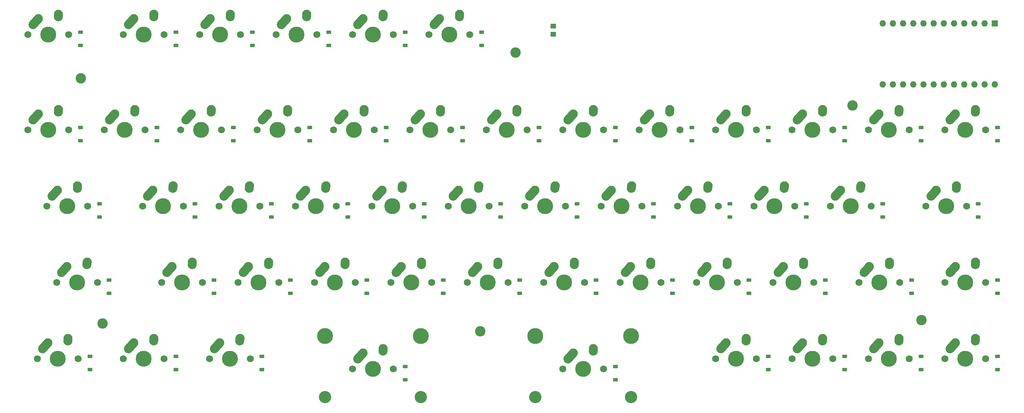
<source format=gbs>
%TF.GenerationSoftware,KiCad,Pcbnew,8.0.4*%
%TF.CreationDate,2025-01-19T23:05:40-05:00*%
%TF.ProjectId,shrimple,73687269-6d70-46c6-952e-6b696361645f,rev?*%
%TF.SameCoordinates,Original*%
%TF.FileFunction,Soldermask,Bot*%
%TF.FilePolarity,Negative*%
%FSLAX46Y46*%
G04 Gerber Fmt 4.6, Leading zero omitted, Abs format (unit mm)*
G04 Created by KiCad (PCBNEW 8.0.4) date 2025-01-19 23:05:40*
%MOMM*%
%LPD*%
G01*
G04 APERTURE LIST*
G04 Aperture macros list*
%AMRoundRect*
0 Rectangle with rounded corners*
0 $1 Rounding radius*
0 $2 $3 $4 $5 $6 $7 $8 $9 X,Y pos of 4 corners*
0 Add a 4 corners polygon primitive as box body*
4,1,4,$2,$3,$4,$5,$6,$7,$8,$9,$2,$3,0*
0 Add four circle primitives for the rounded corners*
1,1,$1+$1,$2,$3*
1,1,$1+$1,$4,$5*
1,1,$1+$1,$6,$7*
1,1,$1+$1,$8,$9*
0 Add four rect primitives between the rounded corners*
20,1,$1+$1,$2,$3,$4,$5,0*
20,1,$1+$1,$4,$5,$6,$7,0*
20,1,$1+$1,$6,$7,$8,$9,0*
20,1,$1+$1,$8,$9,$2,$3,0*%
%AMHorizOval*
0 Thick line with rounded ends*
0 $1 width*
0 $2 $3 position (X,Y) of the first rounded end (center of the circle)*
0 $4 $5 position (X,Y) of the second rounded end (center of the circle)*
0 Add line between two ends*
20,1,$1,$2,$3,$4,$5,0*
0 Add two circle primitives to create the rounded ends*
1,1,$1,$2,$3*
1,1,$1,$4,$5*%
G04 Aperture macros list end*
%ADD10C,2.600000*%
%ADD11C,1.750000*%
%ADD12C,3.987800*%
%ADD13HorizOval,2.250000X0.655001X0.730000X-0.655001X-0.730000X0*%
%ADD14C,2.250000*%
%ADD15HorizOval,2.250000X0.020000X0.290000X-0.020000X-0.290000X0*%
%ADD16C,3.048000*%
%ADD17R,1.600000X1.600000*%
%ADD18O,1.600000X1.600000*%
%ADD19RoundRect,0.225000X0.375000X-0.225000X0.375000X0.225000X-0.375000X0.225000X-0.375000X-0.225000X0*%
%ADD20RoundRect,0.250000X-0.450000X0.350000X-0.450000X-0.350000X0.450000X-0.350000X0.450000X0.350000X0*%
G04 APERTURE END LIST*
D10*
%TO.C,H6*%
X154600000Y-42600000D03*
%TD*%
%TO.C,H5*%
X255800000Y-109400000D03*
%TD*%
%TO.C,H4*%
X238600000Y-55800000D03*
%TD*%
%TO.C,H3*%
X145800000Y-112200000D03*
%TD*%
%TO.C,H2*%
X51600000Y-110200000D03*
%TD*%
%TO.C,H1*%
X46200000Y-49000000D03*
%TD*%
D11*
%TO.C,MX50*%
X223520000Y-119062500D03*
D12*
X228600000Y-119062500D03*
D11*
X233680000Y-119062500D03*
D13*
X225445001Y-115792500D03*
D14*
X226100000Y-115062500D03*
D15*
X231120000Y-114272500D03*
D14*
X231140000Y-113982500D03*
%TD*%
D11*
%TO.C,MX27*%
X175895000Y-80962500D03*
D12*
X180975000Y-80962500D03*
D11*
X186055000Y-80962500D03*
D13*
X177820001Y-77692500D03*
D14*
X178475000Y-76962500D03*
D15*
X183495000Y-76172500D03*
D14*
X183515000Y-75882500D03*
%TD*%
D11*
%TO.C,MX45*%
X56832500Y-119062500D03*
D12*
X61912500Y-119062500D03*
D11*
X66992500Y-119062500D03*
D13*
X58757501Y-115792500D03*
D14*
X59412500Y-115062500D03*
D15*
X64432500Y-114272500D03*
D14*
X64452500Y-113982500D03*
%TD*%
D11*
%TO.C,MX39*%
X180657500Y-100012500D03*
D12*
X185737500Y-100012500D03*
D11*
X190817500Y-100012500D03*
D13*
X182582501Y-96742500D03*
D14*
X183237500Y-96012500D03*
D15*
X188257500Y-95222500D03*
D14*
X188277500Y-94932500D03*
%TD*%
D11*
%TO.C,MX9*%
X71120000Y-61912500D03*
D12*
X76200000Y-61912500D03*
D11*
X81280000Y-61912500D03*
D13*
X73045001Y-58642500D03*
D14*
X73700000Y-57912500D03*
D15*
X78720000Y-57122500D03*
D14*
X78740000Y-56832500D03*
%TD*%
D11*
%TO.C,MX34*%
X85407500Y-100012500D03*
D12*
X90487500Y-100012500D03*
D11*
X95567500Y-100012500D03*
D13*
X87332501Y-96742500D03*
D14*
X87987500Y-96012500D03*
D15*
X93007500Y-95222500D03*
D14*
X93027500Y-94932500D03*
%TD*%
D11*
%TO.C,MX35*%
X104457500Y-100012500D03*
D12*
X109537500Y-100012500D03*
D11*
X114617500Y-100012500D03*
D13*
X106382501Y-96742500D03*
D14*
X107037500Y-96012500D03*
D15*
X112057500Y-95222500D03*
D14*
X112077500Y-94932500D03*
%TD*%
D11*
%TO.C,MX20*%
X37782500Y-80962500D03*
D12*
X42862500Y-80962500D03*
D11*
X47942500Y-80962500D03*
D13*
X39707501Y-77692500D03*
D14*
X40362500Y-76962500D03*
D15*
X45382500Y-76172500D03*
D14*
X45402500Y-75882500D03*
%TD*%
D11*
%TO.C,MX28*%
X194945000Y-80962500D03*
D12*
X200025000Y-80962500D03*
D11*
X205105000Y-80962500D03*
D13*
X196870001Y-77692500D03*
D14*
X197525000Y-76962500D03*
D15*
X202545000Y-76172500D03*
D14*
X202565000Y-75882500D03*
%TD*%
D11*
%TO.C,MX30*%
X233045000Y-80962500D03*
D12*
X238125000Y-80962500D03*
D11*
X243205000Y-80962500D03*
D13*
X234970001Y-77692500D03*
D14*
X235625000Y-76962500D03*
D15*
X240645000Y-76172500D03*
D14*
X240665000Y-75882500D03*
%TD*%
D11*
%TO.C,MX33*%
X66357500Y-100012500D03*
D12*
X71437500Y-100012500D03*
D11*
X76517500Y-100012500D03*
D13*
X68282501Y-96742500D03*
D14*
X68937500Y-96012500D03*
D15*
X73957500Y-95222500D03*
D14*
X73977500Y-94932500D03*
%TD*%
D11*
%TO.C,MX6*%
X133032500Y-38100000D03*
D12*
X138112500Y-38100000D03*
D11*
X143192500Y-38100000D03*
D13*
X134957501Y-34830000D03*
D14*
X135612500Y-34100000D03*
D15*
X140632500Y-33310000D03*
D14*
X140652500Y-33020000D03*
%TD*%
D11*
%TO.C,MX14*%
X166370000Y-61912500D03*
D12*
X171450000Y-61912500D03*
D11*
X176530000Y-61912500D03*
D13*
X168295001Y-58642500D03*
D14*
X168950000Y-57912500D03*
D15*
X173970000Y-57122500D03*
D14*
X173990000Y-56832500D03*
%TD*%
D11*
%TO.C,MX3*%
X75882500Y-38100000D03*
D12*
X80962500Y-38100000D03*
D11*
X86042500Y-38100000D03*
D13*
X77807501Y-34830000D03*
D14*
X78462500Y-34100000D03*
D15*
X83482500Y-33310000D03*
D14*
X83502500Y-33020000D03*
%TD*%
D11*
%TO.C,MX22*%
X80645000Y-80962500D03*
D12*
X85725000Y-80962500D03*
D11*
X90805000Y-80962500D03*
D13*
X82570001Y-77692500D03*
D14*
X83225000Y-76962500D03*
D15*
X88245000Y-76172500D03*
D14*
X88265000Y-75882500D03*
%TD*%
D11*
%TO.C,MX40*%
X199707500Y-100012500D03*
D12*
X204787500Y-100012500D03*
D11*
X209867500Y-100012500D03*
D13*
X201632501Y-96742500D03*
D14*
X202287500Y-96012500D03*
D15*
X207307500Y-95222500D03*
D14*
X207327500Y-94932500D03*
%TD*%
D11*
%TO.C,MX41*%
X218757500Y-100012500D03*
D12*
X223837500Y-100012500D03*
D11*
X228917500Y-100012500D03*
D13*
X220682501Y-96742500D03*
D14*
X221337500Y-96012500D03*
D15*
X226357500Y-95222500D03*
D14*
X226377500Y-94932500D03*
%TD*%
D11*
%TO.C,MX26*%
X156845000Y-80962500D03*
D12*
X161925000Y-80962500D03*
D11*
X167005000Y-80962500D03*
D13*
X158770001Y-77692500D03*
D14*
X159425000Y-76962500D03*
D15*
X164445000Y-76172500D03*
D14*
X164465000Y-75882500D03*
%TD*%
D11*
%TO.C,MX8*%
X52070000Y-61912500D03*
D12*
X57150000Y-61912500D03*
D11*
X62230000Y-61912500D03*
D13*
X53995001Y-58642500D03*
D14*
X54650000Y-57912500D03*
D15*
X59670000Y-57122500D03*
D14*
X59690000Y-56832500D03*
%TD*%
D12*
%TO.C,MX48*%
X159512000Y-113347500D03*
D16*
X159512000Y-128587500D03*
D11*
X166370000Y-121602500D03*
D12*
X171450000Y-121602500D03*
D11*
X176530000Y-121602500D03*
D12*
X183388000Y-113347500D03*
D16*
X183388000Y-128587500D03*
D13*
X168295001Y-118332500D03*
D14*
X168950000Y-117602500D03*
D15*
X173970000Y-116812500D03*
D14*
X173990000Y-116522500D03*
%TD*%
D11*
%TO.C,MX4*%
X94932500Y-38100000D03*
D12*
X100012500Y-38100000D03*
D11*
X105092500Y-38100000D03*
D13*
X96857501Y-34830000D03*
D14*
X97512500Y-34100000D03*
D15*
X102532500Y-33310000D03*
D14*
X102552500Y-33020000D03*
%TD*%
D11*
%TO.C,MX38*%
X161607500Y-100012500D03*
D12*
X166687500Y-100012500D03*
D11*
X171767500Y-100012500D03*
D13*
X163532501Y-96742500D03*
D14*
X164187500Y-96012500D03*
D15*
X169207500Y-95222500D03*
D14*
X169227500Y-94932500D03*
%TD*%
D11*
%TO.C,MX23*%
X99695000Y-80962500D03*
D12*
X104775000Y-80962500D03*
D11*
X109855000Y-80962500D03*
D13*
X101620001Y-77692500D03*
D14*
X102275000Y-76962500D03*
D15*
X107295000Y-76172500D03*
D14*
X107315000Y-75882500D03*
%TD*%
D11*
%TO.C,MX52*%
X261620000Y-119062500D03*
D12*
X266700000Y-119062500D03*
D11*
X271780000Y-119062500D03*
D13*
X263545001Y-115792500D03*
D14*
X264200000Y-115062500D03*
D15*
X269220000Y-114272500D03*
D14*
X269240000Y-113982500D03*
%TD*%
D11*
%TO.C,MX17*%
X223520000Y-61912500D03*
D12*
X228600000Y-61912500D03*
D11*
X233680000Y-61912500D03*
D13*
X225445001Y-58642500D03*
D14*
X226100000Y-57912500D03*
D15*
X231120000Y-57122500D03*
D14*
X231140000Y-56832500D03*
%TD*%
D11*
%TO.C,MX24*%
X118745000Y-80962500D03*
D12*
X123825000Y-80962500D03*
D11*
X128905000Y-80962500D03*
D13*
X120670001Y-77692500D03*
D14*
X121325000Y-76962500D03*
D15*
X126345000Y-76172500D03*
D14*
X126365000Y-75882500D03*
%TD*%
D11*
%TO.C,MX10*%
X90170000Y-61912500D03*
D12*
X95250000Y-61912500D03*
D11*
X100330000Y-61912500D03*
D13*
X92095001Y-58642500D03*
D14*
X92750000Y-57912500D03*
D15*
X97770000Y-57122500D03*
D14*
X97790000Y-56832500D03*
%TD*%
D11*
%TO.C,MX19*%
X261620000Y-61912500D03*
D12*
X266700000Y-61912500D03*
D11*
X271780000Y-61912500D03*
D13*
X263545001Y-58642500D03*
D14*
X264200000Y-57912500D03*
D15*
X269220000Y-57122500D03*
D14*
X269240000Y-56832500D03*
%TD*%
D11*
%TO.C,MX7*%
X33020000Y-61912500D03*
D12*
X38100000Y-61912500D03*
D11*
X43180000Y-61912500D03*
D13*
X34945001Y-58642500D03*
D14*
X35600000Y-57912500D03*
D15*
X40620000Y-57122500D03*
D14*
X40640000Y-56832500D03*
%TD*%
D11*
%TO.C,MX16*%
X204470000Y-61912500D03*
D12*
X209550000Y-61912500D03*
D11*
X214630000Y-61912500D03*
D13*
X206395001Y-58642500D03*
D14*
X207050000Y-57912500D03*
D15*
X212070000Y-57122500D03*
D14*
X212090000Y-56832500D03*
%TD*%
D11*
%TO.C,MX29*%
X213995000Y-80962500D03*
D12*
X219075000Y-80962500D03*
D11*
X224155000Y-80962500D03*
D13*
X215920001Y-77692500D03*
D14*
X216575000Y-76962500D03*
D15*
X221595000Y-76172500D03*
D14*
X221615000Y-75882500D03*
%TD*%
D11*
%TO.C,MX46*%
X78263750Y-119062500D03*
D12*
X83343750Y-119062500D03*
D11*
X88423750Y-119062500D03*
D13*
X80188751Y-115792500D03*
D14*
X80843750Y-115062500D03*
D15*
X85863750Y-114272500D03*
D14*
X85883750Y-113982500D03*
%TD*%
D11*
%TO.C,MX11*%
X109220000Y-61912500D03*
D12*
X114300000Y-61912500D03*
D11*
X119380000Y-61912500D03*
D13*
X111145001Y-58642500D03*
D14*
X111800000Y-57912500D03*
D15*
X116820000Y-57122500D03*
D14*
X116840000Y-56832500D03*
%TD*%
D11*
%TO.C,MX31*%
X256857500Y-80962500D03*
D12*
X261937500Y-80962500D03*
D11*
X267017500Y-80962500D03*
D13*
X258782501Y-77692500D03*
D14*
X259437500Y-76962500D03*
D15*
X264457500Y-76172500D03*
D14*
X264477500Y-75882500D03*
%TD*%
D11*
%TO.C,MX42*%
X240188750Y-100012500D03*
D12*
X245268750Y-100012500D03*
D11*
X250348750Y-100012500D03*
D13*
X242113751Y-96742500D03*
D14*
X242768750Y-96012500D03*
D15*
X247788750Y-95222500D03*
D14*
X247808750Y-94932500D03*
%TD*%
D11*
%TO.C,MX37*%
X142557500Y-100012500D03*
D12*
X147637500Y-100012500D03*
D11*
X152717500Y-100012500D03*
D13*
X144482501Y-96742500D03*
D14*
X145137500Y-96012500D03*
D15*
X150157500Y-95222500D03*
D14*
X150177500Y-94932500D03*
%TD*%
D11*
%TO.C,MX25*%
X137795000Y-80962500D03*
D12*
X142875000Y-80962500D03*
D11*
X147955000Y-80962500D03*
D13*
X139720001Y-77692500D03*
D14*
X140375000Y-76962500D03*
D15*
X145395000Y-76172500D03*
D14*
X145415000Y-75882500D03*
%TD*%
D11*
%TO.C,MX36*%
X123507500Y-100012500D03*
D12*
X128587500Y-100012500D03*
D11*
X133667500Y-100012500D03*
D13*
X125432501Y-96742500D03*
D14*
X126087500Y-96012500D03*
D15*
X131107500Y-95222500D03*
D14*
X131127500Y-94932500D03*
%TD*%
D11*
%TO.C,MX18*%
X242570000Y-61912500D03*
D12*
X247650000Y-61912500D03*
D11*
X252730000Y-61912500D03*
D13*
X244495001Y-58642500D03*
D14*
X245150000Y-57912500D03*
D15*
X250170000Y-57122500D03*
D14*
X250190000Y-56832500D03*
%TD*%
D11*
%TO.C,MX43*%
X261620000Y-100012500D03*
D12*
X266700000Y-100012500D03*
D11*
X271780000Y-100012500D03*
D13*
X263545001Y-96742500D03*
D14*
X264200000Y-96012500D03*
D15*
X269220000Y-95222500D03*
D14*
X269240000Y-94932500D03*
%TD*%
D11*
%TO.C,MX1*%
X33020000Y-38100000D03*
D12*
X38100000Y-38100000D03*
D11*
X43180000Y-38100000D03*
D13*
X34945001Y-34830000D03*
D14*
X35600000Y-34100000D03*
D15*
X40620000Y-33310000D03*
D14*
X40640000Y-33020000D03*
%TD*%
D17*
%TO.C,U3*%
X274040000Y-35260000D03*
D18*
X271500000Y-35260000D03*
X268960000Y-35260000D03*
X266420000Y-35260000D03*
X263880000Y-35260000D03*
X261340000Y-35260000D03*
X258800000Y-35260000D03*
X256260000Y-35260000D03*
X253720000Y-35260000D03*
X251180000Y-35260000D03*
X248640000Y-35260000D03*
X246100000Y-35260000D03*
X246100000Y-50500000D03*
X248640000Y-50500000D03*
X251180000Y-50500000D03*
X253720000Y-50500000D03*
X256260000Y-50500000D03*
X258800000Y-50500000D03*
X261340000Y-50500000D03*
X263880000Y-50500000D03*
X266420000Y-50500000D03*
X268960000Y-50500000D03*
X271500000Y-50500000D03*
X274040000Y-50500000D03*
%TD*%
D11*
%TO.C,MX12*%
X128270000Y-61912500D03*
D12*
X133350000Y-61912500D03*
D11*
X138430000Y-61912500D03*
D13*
X130195001Y-58642500D03*
D14*
X130850000Y-57912500D03*
D15*
X135870000Y-57122500D03*
D14*
X135890000Y-56832500D03*
%TD*%
D11*
%TO.C,MX15*%
X185420000Y-61912500D03*
D12*
X190500000Y-61912500D03*
D11*
X195580000Y-61912500D03*
D13*
X187345001Y-58642500D03*
D14*
X188000000Y-57912500D03*
D15*
X193020000Y-57122500D03*
D14*
X193040000Y-56832500D03*
%TD*%
D11*
%TO.C,MX49*%
X204470000Y-119062500D03*
D12*
X209550000Y-119062500D03*
D11*
X214630000Y-119062500D03*
D13*
X206395001Y-115792500D03*
D14*
X207050000Y-115062500D03*
D15*
X212070000Y-114272500D03*
D14*
X212090000Y-113982500D03*
%TD*%
D12*
%TO.C,MX47*%
X107124500Y-113347500D03*
D16*
X107124500Y-128587500D03*
D11*
X113982500Y-121602500D03*
D12*
X119062500Y-121602500D03*
D11*
X124142500Y-121602500D03*
D12*
X131000500Y-113347500D03*
D16*
X131000500Y-128587500D03*
D13*
X115907501Y-118332500D03*
D14*
X116562500Y-117602500D03*
D15*
X121582500Y-116812500D03*
D14*
X121602500Y-116522500D03*
%TD*%
D11*
%TO.C,MX5*%
X113982500Y-38100000D03*
D12*
X119062500Y-38100000D03*
D11*
X124142500Y-38100000D03*
D13*
X115907501Y-34830000D03*
D14*
X116562500Y-34100000D03*
D15*
X121582500Y-33310000D03*
D14*
X121602500Y-33020000D03*
%TD*%
D11*
%TO.C,MX13*%
X147320000Y-61912500D03*
D12*
X152400000Y-61912500D03*
D11*
X157480000Y-61912500D03*
D13*
X149245001Y-58642500D03*
D14*
X149900000Y-57912500D03*
D15*
X154920000Y-57122500D03*
D14*
X154940000Y-56832500D03*
%TD*%
D11*
%TO.C,MX2*%
X56832500Y-38100000D03*
D12*
X61912500Y-38100000D03*
D11*
X66992500Y-38100000D03*
D13*
X58757501Y-34830000D03*
D14*
X59412500Y-34100000D03*
D15*
X64432500Y-33310000D03*
D14*
X64452500Y-33020000D03*
%TD*%
D11*
%TO.C,MX21*%
X61595000Y-80962500D03*
D12*
X66675000Y-80962500D03*
D11*
X71755000Y-80962500D03*
D13*
X63520001Y-77692500D03*
D14*
X64175000Y-76962500D03*
D15*
X69195000Y-76172500D03*
D14*
X69215000Y-75882500D03*
%TD*%
D11*
%TO.C,MX51*%
X242570000Y-119062500D03*
D12*
X247650000Y-119062500D03*
D11*
X252730000Y-119062500D03*
D13*
X244495001Y-115792500D03*
D14*
X245150000Y-115062500D03*
D15*
X250170000Y-114272500D03*
D14*
X250190000Y-113982500D03*
%TD*%
D11*
%TO.C,MX32*%
X40163750Y-100012500D03*
D12*
X45243750Y-100012500D03*
D11*
X50323750Y-100012500D03*
D13*
X42088751Y-96742500D03*
D14*
X42743750Y-96012500D03*
D15*
X47763750Y-95222500D03*
D14*
X47783750Y-94932500D03*
%TD*%
D11*
%TO.C,MX44*%
X35401250Y-119062500D03*
D12*
X40481250Y-119062500D03*
D11*
X45561250Y-119062500D03*
D13*
X37326251Y-115792500D03*
D14*
X37981250Y-115062500D03*
D15*
X43001250Y-114272500D03*
D14*
X43021250Y-113982500D03*
%TD*%
D19*
%TO.C,D46*%
X91343750Y-121712500D03*
X91343750Y-118412500D03*
%TD*%
%TO.C,D40*%
X212787500Y-102662500D03*
X212787500Y-99362500D03*
%TD*%
%TO.C,D1*%
X46100000Y-40750000D03*
X46100000Y-37450000D03*
%TD*%
%TO.C,D36*%
X136587500Y-102662500D03*
X136587500Y-99362500D03*
%TD*%
%TO.C,D49*%
X217550000Y-121712500D03*
X217550000Y-118412500D03*
%TD*%
%TO.C,D13*%
X160400000Y-64562500D03*
X160400000Y-61262500D03*
%TD*%
%TO.C,D20*%
X50862500Y-83612500D03*
X50862500Y-80312500D03*
%TD*%
%TO.C,D10*%
X103250000Y-64562500D03*
X103250000Y-61262500D03*
%TD*%
%TO.C,D16*%
X217550000Y-64562500D03*
X217550000Y-61262500D03*
%TD*%
%TO.C,D35*%
X117537500Y-102662500D03*
X117537500Y-99362500D03*
%TD*%
%TO.C,D9*%
X84200000Y-64562500D03*
X84200000Y-61262500D03*
%TD*%
%TO.C,D17*%
X236600000Y-64562500D03*
X236600000Y-61262500D03*
%TD*%
%TO.C,D5*%
X127062500Y-40750000D03*
X127062500Y-37450000D03*
%TD*%
%TO.C,D15*%
X198500000Y-64562500D03*
X198500000Y-61262500D03*
%TD*%
%TO.C,D18*%
X255650000Y-64562500D03*
X255650000Y-61262500D03*
%TD*%
%TO.C,D8*%
X65150000Y-64562500D03*
X65150000Y-61262500D03*
%TD*%
%TO.C,D3*%
X88962500Y-40750000D03*
X88962500Y-37450000D03*
%TD*%
%TO.C,D39*%
X193737500Y-102662500D03*
X193737500Y-99362500D03*
%TD*%
%TO.C,D34*%
X98487500Y-102662500D03*
X98487500Y-99362500D03*
%TD*%
%TO.C,D41*%
X231837500Y-102662500D03*
X231837500Y-99362500D03*
%TD*%
%TO.C,D42*%
X253268750Y-102662500D03*
X253268750Y-99362500D03*
%TD*%
D20*
%TO.C,R1*%
X164000000Y-36000000D03*
X164000000Y-38000000D03*
%TD*%
D19*
%TO.C,D51*%
X255650000Y-121712500D03*
X255650000Y-118412500D03*
%TD*%
%TO.C,D50*%
X236600000Y-121712500D03*
X236600000Y-118412500D03*
%TD*%
%TO.C,D38*%
X174687500Y-102662500D03*
X174687500Y-99362500D03*
%TD*%
%TO.C,D7*%
X46100000Y-64562500D03*
X46100000Y-61262500D03*
%TD*%
%TO.C,D21*%
X74675000Y-83612500D03*
X74675000Y-80312500D03*
%TD*%
%TO.C,D29*%
X227075000Y-83612500D03*
X227075000Y-80312500D03*
%TD*%
%TO.C,D31*%
X269937500Y-83612500D03*
X269937500Y-80312500D03*
%TD*%
%TO.C,D37*%
X155637500Y-102662500D03*
X155637500Y-99362500D03*
%TD*%
%TO.C,D22*%
X93725000Y-83612500D03*
X93725000Y-80312500D03*
%TD*%
%TO.C,D32*%
X53243750Y-102662500D03*
X53243750Y-99362500D03*
%TD*%
%TO.C,D23*%
X112775000Y-83612500D03*
X112775000Y-80312500D03*
%TD*%
%TO.C,D52*%
X274700000Y-121712500D03*
X274700000Y-118412500D03*
%TD*%
%TO.C,D33*%
X79437500Y-102662500D03*
X79437500Y-99362500D03*
%TD*%
%TO.C,D2*%
X69912500Y-40750000D03*
X69912500Y-37450000D03*
%TD*%
%TO.C,D48*%
X179450000Y-124252500D03*
X179450000Y-120952500D03*
%TD*%
%TO.C,D14*%
X179450000Y-64562500D03*
X179450000Y-61262500D03*
%TD*%
%TO.C,D44*%
X48481250Y-121712500D03*
X48481250Y-118412500D03*
%TD*%
%TO.C,D25*%
X150875000Y-83612500D03*
X150875000Y-80312500D03*
%TD*%
%TO.C,D30*%
X246125000Y-83612500D03*
X246125000Y-80312500D03*
%TD*%
%TO.C,D26*%
X169925000Y-83612500D03*
X169925000Y-80312500D03*
%TD*%
%TO.C,D43*%
X274700000Y-102662500D03*
X274700000Y-99362500D03*
%TD*%
%TO.C,D45*%
X69912500Y-121712500D03*
X69912500Y-118412500D03*
%TD*%
%TO.C,D47*%
X127062500Y-124252500D03*
X127062500Y-120952500D03*
%TD*%
%TO.C,D27*%
X188975000Y-83612500D03*
X188975000Y-80312500D03*
%TD*%
%TO.C,D4*%
X108012500Y-40750000D03*
X108012500Y-37450000D03*
%TD*%
%TO.C,D24*%
X131825000Y-83612500D03*
X131825000Y-80312500D03*
%TD*%
%TO.C,D28*%
X208025000Y-83612500D03*
X208025000Y-80312500D03*
%TD*%
%TO.C,D12*%
X141350000Y-64562500D03*
X141350000Y-61262500D03*
%TD*%
%TO.C,D11*%
X122300000Y-64562500D03*
X122300000Y-61262500D03*
%TD*%
%TO.C,D6*%
X146112500Y-40750000D03*
X146112500Y-37450000D03*
%TD*%
%TO.C,D19*%
X274700000Y-64562500D03*
X274700000Y-61262500D03*
%TD*%
M02*

</source>
